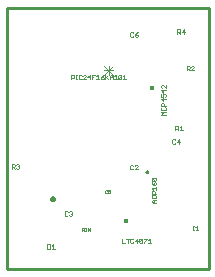
<source format=gto>
G75*
G70*
%OFA0B0*%
%FSLAX24Y24*%
%IPPOS*%
%LPD*%
%AMOC8*
5,1,8,0,0,1.08239X$1,22.5*
%
%ADD10C,0.0100*%
%ADD11C,0.0157*%
%ADD12C,0.0010*%
%ADD13C,0.0030*%
%ADD14C,0.0090*%
%ADD15C,0.0050*%
D10*
X000150Y000150D02*
X000150Y008850D01*
X006892Y008850D01*
X006892Y000150D01*
X000150Y000150D01*
D11*
X004117Y001751D03*
X004986Y006194D03*
D12*
X005303Y006198D02*
X005328Y006172D01*
X005303Y006198D02*
X005303Y006248D01*
X005328Y006273D01*
X005353Y006273D01*
X005453Y006172D01*
X005453Y006273D01*
X005378Y006125D02*
X005378Y006025D01*
X005303Y006100D01*
X005453Y006100D01*
X005428Y005978D02*
X005378Y005978D01*
X005353Y005953D01*
X005353Y005928D01*
X005378Y005878D01*
X005303Y005878D01*
X005303Y005978D01*
X005428Y005978D02*
X005453Y005953D01*
X005453Y005903D01*
X005428Y005878D01*
X005378Y005831D02*
X005378Y005731D01*
X005303Y005806D01*
X005453Y005806D01*
X005378Y005683D02*
X005403Y005658D01*
X005403Y005583D01*
X005453Y005583D02*
X005303Y005583D01*
X005303Y005658D01*
X005328Y005683D01*
X005378Y005683D01*
X005328Y005536D02*
X005303Y005511D01*
X005303Y005461D01*
X005328Y005436D01*
X005428Y005436D01*
X005453Y005461D01*
X005453Y005511D01*
X005428Y005536D01*
X005453Y005389D02*
X005303Y005389D01*
X005353Y005339D01*
X005303Y005289D01*
X005453Y005289D01*
X005776Y004927D02*
X005776Y004777D01*
X005776Y004827D02*
X005851Y004827D01*
X005876Y004852D01*
X005876Y004902D01*
X005851Y004927D01*
X005776Y004927D01*
X005826Y004827D02*
X005876Y004777D01*
X005923Y004777D02*
X006024Y004777D01*
X005974Y004777D02*
X005974Y004927D01*
X005923Y004877D01*
X005897Y004469D02*
X005822Y004394D01*
X005922Y004394D01*
X005897Y004319D02*
X005897Y004469D01*
X005774Y004444D02*
X005749Y004469D01*
X005699Y004469D01*
X005674Y004444D01*
X005674Y004344D01*
X005699Y004319D01*
X005749Y004319D01*
X005774Y004344D01*
X005111Y003191D02*
X005011Y003191D01*
X005111Y003091D01*
X005136Y003116D01*
X005136Y003166D01*
X005111Y003191D01*
X005111Y003091D02*
X005011Y003091D01*
X004986Y003116D01*
X004986Y003166D01*
X005011Y003191D01*
X004986Y003044D02*
X005011Y002994D01*
X005061Y002944D01*
X005061Y003019D01*
X005086Y003044D01*
X005111Y003044D01*
X005136Y003019D01*
X005136Y002969D01*
X005111Y002944D01*
X005061Y002944D01*
X005136Y002896D02*
X005136Y002796D01*
X005136Y002846D02*
X004986Y002846D01*
X005036Y002796D01*
X005061Y002749D02*
X005086Y002724D01*
X005086Y002649D01*
X005136Y002649D02*
X004986Y002649D01*
X004986Y002724D01*
X005011Y002749D01*
X005061Y002749D01*
X005111Y002602D02*
X005011Y002602D01*
X004986Y002577D01*
X004986Y002502D01*
X005136Y002502D01*
X005136Y002577D01*
X005111Y002602D01*
X005136Y002454D02*
X005036Y002454D01*
X004986Y002404D01*
X005036Y002354D01*
X005136Y002354D01*
X005061Y002354D02*
X005061Y002454D01*
X004513Y003464D02*
X004413Y003464D01*
X004513Y003564D01*
X004513Y003589D01*
X004488Y003614D01*
X004438Y003614D01*
X004413Y003589D01*
X004366Y003589D02*
X004341Y003614D01*
X004291Y003614D01*
X004266Y003589D01*
X004266Y003489D01*
X004291Y003464D01*
X004341Y003464D01*
X004366Y003489D01*
X003611Y002778D02*
X003538Y002778D01*
X003538Y002723D01*
X003575Y002741D01*
X003593Y002741D01*
X003611Y002723D01*
X003611Y002686D01*
X003593Y002668D01*
X003556Y002668D01*
X003538Y002686D01*
X003501Y002686D02*
X003482Y002668D01*
X003446Y002668D01*
X003427Y002686D01*
X003427Y002759D01*
X003446Y002778D01*
X003482Y002778D01*
X003501Y002759D01*
X002922Y001525D02*
X002922Y001415D01*
X002849Y001525D01*
X002849Y001415D01*
X002812Y001415D02*
X002775Y001415D01*
X002794Y001415D02*
X002794Y001525D01*
X002812Y001525D02*
X002775Y001525D01*
X002738Y001507D02*
X002738Y001470D01*
X002720Y001451D01*
X002665Y001451D01*
X002665Y001415D02*
X002665Y001525D01*
X002720Y001525D01*
X002738Y001507D01*
X002701Y001451D02*
X002738Y001415D01*
X002307Y001918D02*
X002257Y001918D01*
X002232Y001943D01*
X002185Y001943D02*
X002160Y001918D01*
X002109Y001918D01*
X002084Y001943D01*
X002084Y002044D01*
X002109Y002069D01*
X002160Y002069D01*
X002185Y002044D01*
X002232Y002044D02*
X002257Y002069D01*
X002307Y002069D01*
X002332Y002044D01*
X002332Y002018D01*
X002307Y001993D01*
X002332Y001968D01*
X002332Y001943D01*
X002307Y001918D01*
X002307Y001993D02*
X002282Y001993D01*
X001701Y000979D02*
X001651Y000929D01*
X001604Y000954D02*
X001604Y000854D01*
X001579Y000829D01*
X001504Y000829D01*
X001504Y000979D01*
X001579Y000979D01*
X001604Y000954D01*
X001651Y000829D02*
X001751Y000829D01*
X001701Y000829D02*
X001701Y000979D01*
X000541Y003492D02*
X000491Y003492D01*
X000466Y003517D01*
X000418Y003492D02*
X000368Y003542D01*
X000393Y003542D02*
X000318Y003542D01*
X000318Y003492D02*
X000318Y003642D01*
X000393Y003642D01*
X000418Y003617D01*
X000418Y003567D01*
X000393Y003542D01*
X000466Y003617D02*
X000491Y003642D01*
X000541Y003642D01*
X000566Y003617D01*
X000566Y003592D01*
X000541Y003567D01*
X000566Y003542D01*
X000566Y003517D01*
X000541Y003492D01*
X000541Y003567D02*
X000516Y003567D01*
X002305Y006471D02*
X002305Y006621D01*
X002380Y006621D01*
X002405Y006596D01*
X002405Y006546D01*
X002380Y006521D01*
X002305Y006521D01*
X002452Y006471D02*
X002502Y006471D01*
X002477Y006471D02*
X002477Y006621D01*
X002452Y006621D02*
X002502Y006621D01*
X002550Y006596D02*
X002550Y006496D01*
X002575Y006471D01*
X002625Y006471D01*
X002650Y006496D01*
X002698Y006471D02*
X002798Y006571D01*
X002798Y006596D01*
X002773Y006621D01*
X002723Y006621D01*
X002698Y006596D01*
X002650Y006596D02*
X002625Y006621D01*
X002575Y006621D01*
X002550Y006596D01*
X002698Y006471D02*
X002798Y006471D01*
X002845Y006546D02*
X002945Y006546D01*
X002992Y006546D02*
X003042Y006546D01*
X002992Y006471D02*
X002992Y006621D01*
X003092Y006621D01*
X003140Y006571D02*
X003190Y006621D01*
X003190Y006471D01*
X003140Y006471D02*
X003240Y006471D01*
X003287Y006496D02*
X003312Y006471D01*
X003362Y006471D01*
X003387Y006496D01*
X003387Y006521D01*
X003362Y006546D01*
X003287Y006546D01*
X003287Y006496D01*
X003287Y006546D02*
X003337Y006596D01*
X003387Y006621D01*
X003434Y006621D02*
X003434Y006471D01*
X003434Y006521D02*
X003534Y006621D01*
X003582Y006571D02*
X003632Y006621D01*
X003682Y006571D01*
X003682Y006471D01*
X003729Y006471D02*
X003829Y006471D01*
X003779Y006471D02*
X003779Y006621D01*
X003729Y006571D01*
X003682Y006546D02*
X003582Y006546D01*
X003582Y006571D02*
X003582Y006471D01*
X003534Y006471D02*
X003459Y006546D01*
X003876Y006496D02*
X003876Y006596D01*
X003901Y006621D01*
X003951Y006621D01*
X003976Y006596D01*
X003876Y006496D01*
X003901Y006471D01*
X003951Y006471D01*
X003976Y006496D01*
X003976Y006596D01*
X004023Y006571D02*
X004074Y006621D01*
X004074Y006471D01*
X004124Y006471D02*
X004023Y006471D01*
X002920Y006471D02*
X002920Y006621D01*
X002845Y006546D01*
X004277Y007911D02*
X004302Y007886D01*
X004352Y007886D01*
X004377Y007911D01*
X004424Y007911D02*
X004449Y007886D01*
X004499Y007886D01*
X004524Y007911D01*
X004524Y007936D01*
X004499Y007961D01*
X004424Y007961D01*
X004424Y007911D01*
X004424Y007961D02*
X004474Y008011D01*
X004524Y008036D01*
X004377Y008011D02*
X004352Y008036D01*
X004302Y008036D01*
X004277Y008011D01*
X004277Y007911D01*
X005844Y007982D02*
X005844Y008132D01*
X005919Y008132D01*
X005944Y008107D01*
X005944Y008057D01*
X005919Y008032D01*
X005844Y008032D01*
X005894Y008032D02*
X005944Y007982D01*
X005992Y008057D02*
X006092Y008057D01*
X006067Y007982D02*
X006067Y008132D01*
X005992Y008057D01*
X006154Y006919D02*
X006229Y006919D01*
X006254Y006894D01*
X006254Y006844D01*
X006229Y006819D01*
X006154Y006819D01*
X006154Y006769D02*
X006154Y006919D01*
X006204Y006819D02*
X006254Y006769D01*
X006302Y006769D02*
X006402Y006869D01*
X006402Y006894D01*
X006377Y006919D01*
X006327Y006919D01*
X006302Y006894D01*
X006302Y006769D02*
X006402Y006769D01*
X006409Y001569D02*
X006372Y001569D01*
X006354Y001551D01*
X006354Y001478D01*
X006372Y001459D01*
X006409Y001459D01*
X006428Y001478D01*
X006465Y001459D02*
X006538Y001459D01*
X006501Y001459D02*
X006501Y001569D01*
X006465Y001533D01*
X006428Y001551D02*
X006409Y001569D01*
X004966Y001012D02*
X004866Y001012D01*
X004916Y001012D02*
X004916Y001162D01*
X004866Y001112D01*
X004819Y001137D02*
X004719Y001037D01*
X004719Y001012D01*
X004672Y001037D02*
X004672Y001137D01*
X004572Y001037D01*
X004597Y001012D01*
X004647Y001012D01*
X004672Y001037D01*
X004672Y001137D02*
X004647Y001162D01*
X004597Y001162D01*
X004572Y001137D01*
X004572Y001037D01*
X004524Y001087D02*
X004424Y001087D01*
X004499Y001162D01*
X004499Y001012D01*
X004377Y001037D02*
X004352Y001012D01*
X004302Y001012D01*
X004277Y001037D01*
X004277Y001137D01*
X004302Y001162D01*
X004352Y001162D01*
X004377Y001137D01*
X004230Y001162D02*
X004130Y001162D01*
X004180Y001162D02*
X004180Y001012D01*
X004082Y001012D02*
X003982Y001012D01*
X003982Y001162D01*
X004719Y001162D02*
X004819Y001162D01*
X004819Y001137D01*
D13*
X003712Y006611D02*
X003398Y006925D01*
X003398Y006768D02*
X003712Y006768D01*
X003712Y006925D02*
X003398Y006611D01*
X003555Y006611D02*
X003555Y006925D01*
D14*
X001632Y002488D02*
X001634Y002501D01*
X001639Y002514D01*
X001648Y002525D01*
X001659Y002532D01*
X001672Y002537D01*
X001685Y002538D01*
X001699Y002535D01*
X001711Y002529D01*
X001721Y002520D01*
X001728Y002508D01*
X001732Y002495D01*
X001732Y002481D01*
X001728Y002468D01*
X001721Y002456D01*
X001711Y002447D01*
X001699Y002441D01*
X001685Y002438D01*
X001672Y002439D01*
X001659Y002444D01*
X001648Y002451D01*
X001639Y002462D01*
X001634Y002475D01*
X001632Y002488D01*
D15*
X004812Y003385D02*
X004814Y003395D01*
X004819Y003404D01*
X004828Y003410D01*
X004837Y003413D01*
X004848Y003412D01*
X004857Y003407D01*
X004864Y003400D01*
X004868Y003390D01*
X004868Y003380D01*
X004864Y003370D01*
X004857Y003363D01*
X004848Y003358D01*
X004837Y003357D01*
X004828Y003360D01*
X004819Y003366D01*
X004814Y003375D01*
X004812Y003385D01*
M02*

</source>
